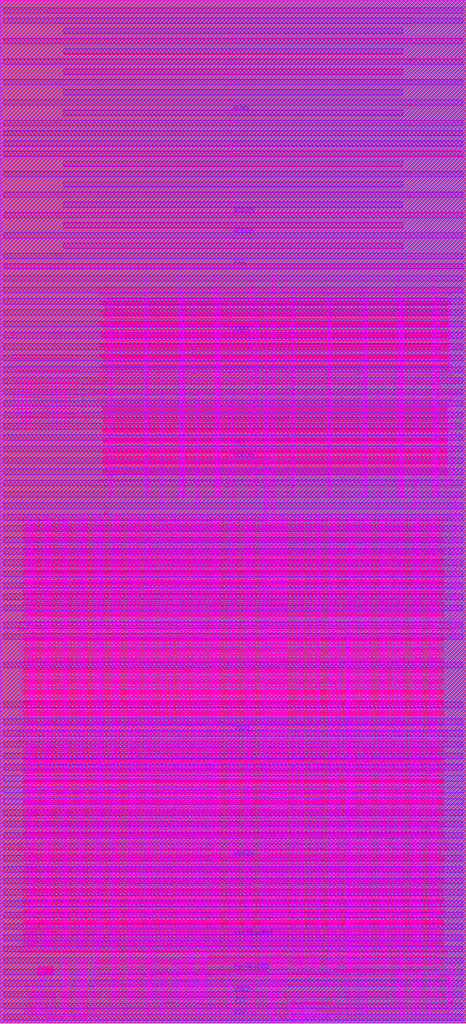
<source format=lef>
# LEF OUT API 
# Creation Date : Tue Apr 16 16:13:30 IST 2019
# 
VERSION 5.8 ;
BUSBITCHARS "[]" ;
DIVIDERCHAR "/" ;
MACRO dwc_ddrphy_vrefdacref
  CLASS BLOCK ;
  ORIGIN 0 0 ;
  FOREIGN dwc_ddrphy_vrefdacref 0 0 ;
  SYMMETRY X Y ;
  SIZE 41.04 BY 90 ;
  PIN VDD2H
    DIRECTION INPUT ;
    USE POWER ;
    PORT
      LAYER M6 ;
        RECT 0.3 70.875 40.74 71.325 ;
    END
    PORT
      LAYER M6 ;
        RECT 0.3 18.27 40.74 18.77 ;
        RECT 0.3 8.27 40.74 8.77 ;
        RECT 0.3 88.875 40.74 89.325 ;
        RECT 0.3 78.075 40.74 78.525 ;
        RECT 0.3 76.275 40.74 76.725 ;
        RECT 0.3 74.475 40.74 74.925 ;
        RECT 0.3 72.675 40.74 73.125 ;
        RECT 0.3 67.275 40.74 67.725 ;
        RECT 0.3 56.27 40.74 56.77 ;
        RECT 0.3 54.27 40.74 54.77 ;
        RECT 0.3 52.27 40.74 52.77 ;
        RECT 0.3 47.27 40.74 47.77 ;
        RECT 0.3 45.27 40.74 45.77 ;
        RECT 0.3 24.27 40.74 24.77 ;
        RECT 0.3 22.27 40.74 22.77 ;
        RECT 0.3 16.27 40.74 16.77 ;
        RECT 0.3 12.27 40.74 12.77 ;
        RECT 0.3 10.27 40.74 10.77 ;
        RECT 0.3 6.27 40.74 6.77 ;
        RECT 0.3 2.27 40.74 2.77 ;
    END
    PORT
      LAYER M6 ;
        RECT 0.3 69.075 40.74 69.525 ;
    END
    PORT
      LAYER M6 ;
        RECT 0.3 49.27 40.74 49.77 ;
    END
    PORT
      LAYER M6 ;
        RECT 0.3 14.27 40.74 14.77 ;
    END
  END VDD2H
  PIN VSS
    DIRECTION INPUT ;
    USE GROUND ;
    PORT
      LAYER M6 ;
        RECT 0.3 65.27 40.74 65.77 ;
        RECT 0.3 64.27 40.74 64.77 ;
        RECT 0.3 63.27 40.74 63.77 ;
        RECT 0.3 62.27 40.74 62.77 ;
        RECT 0.3 61.27 40.74 61.77 ;
        RECT 0.3 59.27 40.74 59.77 ;
        RECT 0.3 58.27 40.74 58.77 ;
        RECT 0.3 57.27 40.74 57.77 ;
        RECT 0.3 55.27 40.74 55.77 ;
        RECT 0.3 53.27 40.74 53.77 ;
        RECT 0.3 51.27 40.74 51.77 ;
        RECT 0.3 50.27 40.74 50.77 ;
    END
    PORT
      LAYER M6 ;
        RECT 0.3 87.975 40.74 88.425 ;
        RECT 0.3 86.175 40.74 86.625 ;
        RECT 0.3 84.375 40.74 84.825 ;
        RECT 0.3 82.575 40.74 83.025 ;
        RECT 0.3 80.775 40.74 81.225 ;
        RECT 0.3 78.975 40.74 79.425 ;
        RECT 0.3 77.175 40.74 77.625 ;
        RECT 0.3 66.375 40.74 66.825 ;
    END
    PORT
      LAYER M6 ;
        RECT 0.3 48.27 40.74 48.77 ;
        RECT 0.3 46.27 40.74 46.77 ;
        RECT 0.3 33.77 40.74 34.27 ;
        RECT 0.3 5.27 40.74 5.77 ;
        RECT 0.3 3.27 40.74 3.77 ;
        RECT 0.3 1.27 40.74 1.77 ;
    END
  END VSS
  PIN AOBS
    DIRECTION OUTPUT ;
    USE SIGNAL ;
    ANTENNAPARTIALMETALAREA 20.22 LAYER M6 ;
    ANTENNADIFFAREA 0 LAYER M6 ;
    ANTENNAMODEL OXIDE1 ;
      ANTENNAGATEAREA 0 LAYER M6 ;
      ANTENNAMAXAREACAR 11.0233 LAYER M6 ;
    PORT
      LAYER M6 ;
        RECT 5.601 79.875 35.439 80.325 ;
    END
    PORT
      LAYER M6 ;
        RECT 5.601 87.075 35.439 87.525 ;
        RECT 5.601 85.275 35.439 85.725 ;
        RECT 5.601 83.475 35.439 83.925 ;
        RECT 5.601 81.675 35.439 82.125 ;
        RECT 5.6 75.375 35.44 75.825 ;
        RECT 5.6 73.575 35.44 74.025 ;
        RECT 5.6 71.775 35.44 72.225 ;
        RECT 5.6 69.975 35.44 70.425 ;
        RECT 5.6 68.175 35.44 68.625 ;
        RECT 0.3 60.27 40.74 60.77 ;
    END
  END AOBS
  PIN AObsIn
    DIRECTION INPUT ;
    USE SIGNAL ;
    ANTENNAPARTIALMETALAREA 27.5343 LAYER M5 ;
    ANTENNADIFFAREA 77.4158 LAYER M5 ;
    ANTENNAMODEL OXIDE1 ;
      ANTENNAGATEAREA 0 LAYER M5 ;
      ANTENNAMAXAREACAR 0 LAYER M5 ;
    PORT
      LAYER M5 ;
        RECT 23.992 0 24.192 0.2 ;
    END
  END AObsIn
  PIN VrefDacRef
    DIRECTION OUTPUT ;
    USE SIGNAL ;
    ANTENNAPARTIALMETALAREA 121.32 LAYER M6 ;
    ANTENNADIFFAREA 109.533 LAYER M6 ;
    ANTENNAMODEL OXIDE1 ;
      ANTENNAGATEAREA 0 LAYER M6 ;
      ANTENNAMAXAREACAR 0 LAYER M6 ;
    PORT
      LAYER M6 ;
        RECT 0.3 17.27 40.74 17.77 ;
        RECT 0.3 43.27 40.74 43.77 ;
        RECT 0.3 41.27 40.74 41.77 ;
        RECT 0.3 39.27 40.74 39.77 ;
        RECT 0.3 37.27 40.74 37.77 ;
        RECT 0.3 31.27 40.74 31.77 ;
        RECT 0.3 26.27 40.74 26.77 ;
        RECT 0.3 23.27 40.74 23.77 ;
        RECT 0.3 15.27 40.74 15.77 ;
        RECT 0.3 13.27 40.74 13.77 ;
        RECT 0.3 11.27 40.74 11.77 ;
        RECT 0.3 9.27 40.74 9.77 ;
        RECT 0.3 7.27 40.74 7.77 ;
    END
  END VrefDacRef
  PIN VDD
    DIRECTION INPUT ;
    USE POWER ;
    PORT
      LAYER M6 ;
        RECT 0.3 0.27 40.74 0.77 ;
    END
  END VDD
  PIN InAObsEn
    DIRECTION INPUT ;
    USE SIGNAL ;
    ANTENNAPARTIALMETALAREA 0.150252 LAYER M5 ;
    ANTENNADIFFAREA 0 LAYER M5 ;
    ANTENNAMODEL OXIDE1 ;
      ANTENNAGATEAREA 0.0872 LAYER M5 ;
      ANTENNAMAXAREACAR 5.90346 LAYER M5 ;
    PORT
      LAYER M5 ;
        RECT 26.562 0 26.638 0.114 ;
    END
  END InAObsEn
  PIN PwrOkVDD2
    DIRECTION INPUT ;
    USE SIGNAL ;
    ANTENNAPARTIALMETALAREA 20.22 LAYER M6 ;
    ANTENNADIFFAREA 0.012032 LAYER M6 ;
    ANTENNAMODEL OXIDE1 ;
      ANTENNAGATEAREA 0.288128 LAYER M6 ;
      ANTENNAMAXAREACAR 89.8455 LAYER M6 ;
    PORT
      LAYER M6 ;
        RECT 0.3 4.27 40.74 4.77 ;
    END
  END PwrOkVDD2
  PIN PowerDown
    DIRECTION INPUT ;
    USE SIGNAL ;
    ANTENNAPARTIALMETALAREA 0.150252 LAYER M5 ;
    ANTENNADIFFAREA 0 LAYER M5 ;
    ANTENNAMODEL OXIDE1 ;
      ANTENNAGATEAREA 0.0872 LAYER M5 ;
      ANTENNAMAXAREACAR 4.01355 LAYER M5 ;
    PORT
      LAYER M5 ;
        RECT 25.726 0 25.802 0.114 ;
    END
  END PowerDown
  PIN VDDQ
    DIRECTION INPUT ;
    USE POWER ;
    PORT
      LAYER M6 ;
        RECT 0.3 44.27 40.74 44.77 ;
        RECT 0.3 42.27 40.74 42.77 ;
        RECT 0.3 40.27 40.74 40.77 ;
        RECT 0.3 38.27 40.74 38.77 ;
        RECT 0.3 36.27 40.74 36.77 ;
        RECT 0.3 34.77 40.74 35.27 ;
        RECT 0.3 27.77 40.74 28.27 ;
        RECT 0.3 25.27 40.74 25.77 ;
    END
  END VDDQ
  PIN DacRefModeCtl
    DIRECTION INPUT ;
    USE SIGNAL ;
    ANTENNAPARTIALMETALAREA 0.136002 LAYER M5 ;
    ANTENNADIFFAREA 0 LAYER M5 ;
    ANTENNAMODEL OXIDE1 ;
      ANTENNAGATEAREA 0.0872 LAYER M5 ;
      ANTENNAMAXAREACAR 3.58615 LAYER M5 ;
    PORT
      LAYER M5 ;
        RECT 4.142 0 4.218 0.114 ;
    END
  END DacRefModeCtl
  OBS
    LAYER M1 ;
      RECT MASK 1 0 0 41.04 90 ;
    LAYER M1 ;
      RECT MASK 2 0 0 41.04 90 ;
    LAYER M2 ;
      RECT MASK 1 0 0 41.04 90 ;
    LAYER M2 ;
      RECT MASK 2 0 0 41.04 90 ;
    LAYER M3 ;
      RECT MASK 1 0 0 41.04 90 ;
    LAYER M4 ;
      RECT 0 0 41.04 90 ;
    LAYER M3 ;
      RECT MASK 2 0 0 41.04 90 ;
    LAYER M4 ;
      RECT 14.4095 1.82 15.1555 1.9 ;
      RECT 25.477 1.82 26.026 1.9 ;
      RECT 26.485 1.82 29.094 1.9 ;
      RECT 39.4355 1.82 39.957 1.9 ;
      RECT 8.3815 3.43 39.5215 3.65 ;
      RECT 8.3815 3.85 39.5215 4.07 ;
      RECT 3.2985 4.1965 4.6555 4.2565 ;
      RECT 8.847 4.2935 20.0865 4.3735 ;
      RECT 20.8105 4.2935 29.1145 4.3735 ;
      RECT 3.2985 4.3165 4.6555 4.3765 ;
      RECT 3.2985 4.4365 4.6555 4.4965 ;
      RECT 13.276 4.4535 23.5225 4.5335 ;
      RECT 25.5655 4.4535 36.811 4.5335 ;
      RECT 17.502 4.6135 23.554 4.6935 ;
      RECT 29.5595 4.6135 38.376 4.6935 ;
      RECT 3.2985 4.6765 4.6555 4.7365 ;
      RECT 3.2985 4.7965 4.6555 4.8565 ;
      RECT 3.2985 4.9165 4.6555 4.9765 ;
      RECT 8.3815 4.94 39.0755 5.14 ;
      RECT 18.3585 5.698 27.425 5.778 ;
      RECT 18.3585 5.858 28.7215 5.938 ;
      RECT 29.576 5.858 38.399 5.938 ;
      RECT 1.63 6.24 39.421 6.36 ;
      RECT 2.011 6.9185 39.029 6.9785 ;
      RECT 2.011 7.1585 39.029 7.2185 ;
      RECT 2.011 7.8485 39.029 7.9085 ;
      RECT 2.011 8.0885 39.029 8.1485 ;
      RECT 2.011 8.7785 39.029 8.8385 ;
      RECT 2.011 9.0185 39.029 9.0785 ;
      RECT 2.011 9.7085 39.029 9.7685 ;
      RECT 2.011 9.9485 39.029 10.0085 ;
      RECT 2.011 10.6385 39.029 10.6985 ;
      RECT 2.011 10.8785 39.029 10.9385 ;
      RECT 2.011 11.5685 39.029 11.6285 ;
      RECT 2.011 11.8085 39.029 11.8685 ;
      RECT 2.011 12.4985 39.029 12.5585 ;
      RECT 2.011 12.7385 39.029 12.7985 ;
      RECT 2.011 13.4285 39.029 13.4885 ;
      RECT 2.011 13.6685 39.029 13.7285 ;
      RECT 2.011 14.3585 39.029 14.4185 ;
      RECT 2.011 14.5985 39.029 14.6585 ;
      RECT 1.63 15.24 39.421 15.36 ;
      RECT 1.63 15.87 39.3855 15.99 ;
      RECT 2.011 16.5485 39.029 16.6085 ;
      RECT 2.011 16.7885 39.029 16.8485 ;
      RECT 2.011 17.4785 39.029 17.5385 ;
      RECT 2.011 17.7185 39.029 17.7785 ;
      RECT 2.011 18.4085 39.029 18.4685 ;
      RECT 2.011 18.6485 39.029 18.7085 ;
      RECT 2.011 19.3385 39.029 19.3985 ;
      RECT 2.011 19.5785 39.029 19.6385 ;
      RECT 2.011 20.2685 39.029 20.3285 ;
      RECT 2.011 20.5085 39.029 20.5685 ;
      RECT 2.011 21.1985 39.029 21.2585 ;
      RECT 2.011 21.4385 39.029 21.4985 ;
      RECT 2.011 22.1285 39.029 22.1885 ;
      RECT 2.011 22.3685 39.029 22.4285 ;
      RECT 2.011 23.0585 39.029 23.1185 ;
      RECT 2.011 23.2985 39.029 23.3585 ;
      RECT 2.011 23.9885 39.029 24.0485 ;
      RECT 2.011 24.2285 39.029 24.2885 ;
      RECT 1.63 24.87 39.3855 24.99 ;
      RECT 24.7245 25.25 36.354 25.33 ;
      RECT 1.63 25.59 39.421 25.71 ;
      RECT 2.011 26.2685 39.029 26.3285 ;
      RECT 2.011 26.5085 39.029 26.5685 ;
      RECT 2.011 27.1985 39.029 27.2585 ;
      RECT 2.011 27.4385 39.029 27.4985 ;
      RECT 2.011 28.1285 39.029 28.1885 ;
      RECT 2.011 28.3685 39.029 28.4285 ;
      RECT 2.011 29.0585 39.029 29.1185 ;
      RECT 2.011 29.2985 39.029 29.3585 ;
      RECT 2.011 29.9885 39.029 30.0485 ;
      RECT 2.011 30.2285 39.029 30.2885 ;
      RECT 2.011 30.9185 39.029 30.9785 ;
      RECT 2.011 31.1585 39.029 31.2185 ;
      RECT 2.011 31.8485 39.029 31.9085 ;
      RECT 2.011 32.0885 39.029 32.1485 ;
      RECT 2.011 32.7785 39.029 32.8385 ;
      RECT 2.011 33.0185 39.029 33.0785 ;
      RECT 2.011 33.7085 39.029 33.7685 ;
      RECT 2.011 33.9485 39.029 34.0085 ;
      RECT 1.63 34.59 39.9665 34.71 ;
      RECT 1.63 35.22 39.3855 35.34 ;
      RECT 2.011 35.8985 39.029 35.9585 ;
      RECT 2.011 36.1385 39.029 36.1985 ;
      RECT 2.011 36.8285 39.029 36.8885 ;
      RECT 2.011 37.0685 39.029 37.1285 ;
      RECT 2.011 37.7585 39.029 37.8185 ;
      RECT 2.011 37.9985 39.029 38.0585 ;
      RECT 2.011 38.6885 39.029 38.7485 ;
      RECT 2.011 38.9285 39.029 38.9885 ;
      RECT 2.011 39.6185 39.029 39.6785 ;
      RECT 2.011 39.8585 39.029 39.9185 ;
      RECT 2.011 40.5485 39.029 40.6085 ;
      RECT 2.011 40.7885 39.029 40.8485 ;
      RECT 2.011 41.4785 39.029 41.5385 ;
      RECT 2.011 41.7185 39.029 41.7785 ;
      RECT 2.011 42.4085 39.029 42.4685 ;
      RECT 2.011 42.6485 39.029 42.7085 ;
      RECT 2.011 43.3385 39.029 43.3985 ;
      RECT 2.011 43.5785 39.029 43.6385 ;
      RECT 1.63 44.22 39.3855 44.34 ;
      RECT 9.213 44.756 9.489 44.836 ;
      RECT 9.213 44.916 9.489 44.996 ;
      RECT 8.0105 47.16 40.4615 47.28 ;
      RECT 8.6475 47.7 39.764 47.82 ;
      RECT 9.0295 48.3785 39.4075 48.4385 ;
      RECT 9.0295 48.6185 39.4075 48.6785 ;
      RECT 9.198 48.8905 39.3435 48.9705 ;
      RECT 9.0295 49.3085 39.4075 49.3685 ;
      RECT 9.0295 49.5485 39.4075 49.6085 ;
      RECT 9.198 49.8205 39.3435 49.9005 ;
      RECT 9.0295 50.2385 39.4075 50.2985 ;
      RECT 9.0295 50.4785 39.4075 50.5385 ;
      RECT 9.198 50.7505 39.3435 50.8305 ;
      RECT 9.0295 51.1685 39.4075 51.2285 ;
      RECT 9.0295 51.4085 39.4075 51.4685 ;
      RECT 9.198 51.6805 39.3435 51.7605 ;
      RECT 9.0295 52.0985 39.4075 52.1585 ;
      RECT 9.0295 52.3385 39.4075 52.3985 ;
      RECT 9.198 52.6105 39.3435 52.6905 ;
      RECT 9.0295 53.0285 39.4075 53.0885 ;
      RECT 9.0295 53.2685 39.4075 53.3285 ;
      RECT 9.198 53.5405 39.3435 53.6205 ;
      RECT 1.1965 53.638 6.7125 54.063 ;
      RECT 9.0295 53.9585 39.4075 54.0185 ;
      RECT 9.0295 54.1985 39.4075 54.2585 ;
      RECT 9.198 54.4705 39.3435 54.5505 ;
      RECT 8.6475 54.84 39.764 54.96 ;
      RECT 8.0105 55.38 40.4865 55.5 ;
      RECT 7.164 55.765 38.782 56.165 ;
      RECT 1.1965 55.978 6.7125 56.403 ;
      RECT 8.0105 56.43 40.4615 56.55 ;
      RECT 8.6475 56.97 39.764 57.09 ;
      RECT 8.695 57.6485 39.742 57.7085 ;
      RECT 8.695 57.8885 39.742 57.9485 ;
      RECT 9.268 58.1605 39.5035 58.2405 ;
      RECT 1.0465 58.439 6.8625 58.83 ;
      RECT 8.695 58.5785 39.742 58.6385 ;
      RECT 8.695 58.8185 39.742 58.8785 ;
      RECT 9.268 59.0905 39.5035 59.1705 ;
      RECT 8.695 59.5085 39.742 59.5685 ;
      RECT 8.695 59.7485 39.742 59.8085 ;
      RECT 9.268 60.0205 39.5035 60.1005 ;
      RECT 1.0465 60.268 6.8625 60.654 ;
      RECT 8.695 60.4385 39.742 60.4985 ;
      RECT 8.695 60.6785 39.742 60.7385 ;
      RECT 9.268 60.9505 39.5035 61.0305 ;
      RECT 8.695 61.3685 39.742 61.4285 ;
      RECT 8.695 61.6085 39.742 61.6685 ;
      RECT 9.268 61.8805 39.5035 61.9605 ;
      RECT 8.695 62.2985 39.742 62.3585 ;
      RECT 8.695 62.5385 39.742 62.5985 ;
      RECT 9.268 62.8105 39.5035 62.8905 ;
      RECT 8.695 63.2285 39.742 63.2885 ;
      RECT 8.695 63.4685 39.742 63.5285 ;
      RECT 9.268 63.7405 39.5035 63.8205 ;
      RECT 8.6475 64.1095 39.764 64.2295 ;
      RECT 8.0105 64.65 40.4865 64.77 ;
      RECT 0.3 66.43 40.74 66.79 ;
      RECT 5.6 68.15 35.44 68.65 ;
      RECT 0.3 69.05 40.74 69.55 ;
      RECT 5.6 69.95 35.44 70.45 ;
      RECT 0.3 70.85 40.74 71.35 ;
      RECT 5.6 71.75 35.44 72.25 ;
      RECT 0.3 72.65 40.74 73.15 ;
      RECT 5.6 73.55 35.44 74.05 ;
      RECT 0.3 74.45 40.74 74.95 ;
      RECT 5.6 75.35 35.44 75.85 ;
      RECT 0.3 76.25 40.74 76.75 ;
      RECT 0.3 77.21 40.74 77.57 ;
      RECT 0.3 78.13 40.74 78.49 ;
      RECT 0.3 78.95 40.74 79.45 ;
      RECT 5.601 79.85 35.439 80.35 ;
      RECT 0.3 80.75 40.74 81.25 ;
      RECT 5.601 81.65 35.439 82.15 ;
      RECT 0.3 82.55 40.74 83.05 ;
      RECT 5.601 83.45 35.439 83.95 ;
      RECT 0.3 84.35 40.74 84.85 ;
      RECT 5.601 85.25 35.439 85.75 ;
      RECT 0.3 86.15 40.74 86.65 ;
      RECT 5.601 87.05 35.439 87.55 ;
      RECT 4.141 88.91 36.899 89.27 ;
    LAYER M5 ;
      POLYGON 4.066 0 4.066 0.19 4.294 0.19 4.294 0 23.916 0 23.916 0.276 24.268 0.276 24.268 0 25.65 0 25.65 0.19 25.878 0.19 25.878 0 26.486 0 26.486 0.19 26.714 0.19 26.714 0 41.04 0 41.04 90 0 90 0 0 ;
    LAYER M4 ;
      RECT 2.141 0.8 39.5055 1 ;
      RECT 2.1405 1.16 39.504 1.36 ;
      RECT 3.8985 1.66 4.336 1.74 ;
      RECT 17.7715 1.66 39.2425 1.74 ;
      RECT 2.4135 2.13 4.89 2.31 ;
      RECT 5.2375 2.13 8.7305 2.31 ;
      RECT 9.4445 2.13 20.3295 2.31 ;
      RECT 20.7845 2.13 24.5055 2.31 ;
      RECT 25.0145 2.13 29.7645 2.31 ;
      RECT 30.3755 2.13 34.14 2.31 ;
      RECT 34.4375 2.13 39.125 2.31 ;
      RECT 2.414 2.49 4.89 2.67 ;
      RECT 5.2375 2.49 8.732 2.67 ;
      RECT 9.445 2.49 20.331 2.67 ;
      RECT 20.785 2.49 24.507 2.67 ;
      RECT 25.015 2.49 29.766 2.67 ;
      RECT 30.376 2.49 34.1415 2.67 ;
      RECT 34.4375 2.49 39.125 2.67 ;
      RECT 3.794 4.5565 4.6555 4.6165 ;
      RECT 8.3815 5.37 39.0755 5.55 ;
      RECT 2.011 6.7985 39.0985 6.8585 ;
      RECT 2.011 7.0385 39.0985 7.0985 ;
      RECT 2.1645 7.4305 38.8905 7.5105 ;
      RECT 2.011 7.7285 39.0985 7.7885 ;
      RECT 2.011 7.9685 39.0985 8.0285 ;
      RECT 2.1645 8.3605 38.8905 8.4405 ;
      RECT 2.011 8.6585 39.0985 8.7185 ;
      RECT 2.011 8.8985 39.0985 8.9585 ;
      RECT 2.1645 9.2905 38.8905 9.3705 ;
      RECT 2.011 9.5885 39.0985 9.6485 ;
      RECT 2.011 9.8285 39.0985 9.8885 ;
      RECT 2.1645 10.2205 38.8905 10.3005 ;
      RECT 2.011 10.5185 39.0985 10.5785 ;
      RECT 2.011 10.7585 39.0985 10.8185 ;
      RECT 2.1645 11.1505 38.8905 11.2305 ;
      RECT 2.011 11.4485 39.0985 11.5085 ;
      RECT 2.011 11.6885 39.0985 11.7485 ;
      RECT 2.1645 12.0805 38.8905 12.1605 ;
      RECT 2.011 12.3785 39.0985 12.4385 ;
      RECT 2.011 12.6185 39.0985 12.6785 ;
      RECT 2.1645 13.0105 38.8905 13.0905 ;
      RECT 2.011 13.3085 39.0985 13.3685 ;
      RECT 2.011 13.5485 39.0985 13.6085 ;
      RECT 2.1645 13.9405 38.8905 14.0205 ;
      RECT 2.011 14.2385 39.0985 14.2985 ;
      RECT 2.011 14.4785 39.0985 14.5385 ;
      RECT 2.1645 14.8705 38.8905 14.9505 ;
      RECT 2.011 16.4285 39.0985 16.4885 ;
      RECT 2.011 16.6685 39.0985 16.7285 ;
      RECT 2.1645 17.0605 38.8905 17.1405 ;
      RECT 2.011 17.3585 39.0985 17.4185 ;
      RECT 2.011 17.5985 39.0985 17.6585 ;
      RECT 2.1645 17.9905 38.8905 18.0705 ;
      RECT 2.011 18.2885 39.0985 18.3485 ;
      RECT 2.011 18.5285 39.0985 18.5885 ;
      RECT 2.1645 18.9205 38.8905 19.0005 ;
      RECT 2.011 19.2185 39.0985 19.2785 ;
      RECT 2.011 19.4585 39.0985 19.5185 ;
      RECT 2.1645 19.8505 38.8905 19.9305 ;
      RECT 2.011 20.1485 39.0985 20.2085 ;
      RECT 2.011 20.3885 39.0985 20.4485 ;
      RECT 2.1645 20.7805 38.8905 20.8605 ;
      RECT 2.011 21.0785 39.0985 21.1385 ;
      RECT 2.011 21.3185 39.0985 21.3785 ;
      RECT 2.1645 21.7105 38.8905 21.7905 ;
      RECT 2.011 22.0085 39.0985 22.0685 ;
      RECT 2.011 22.2485 39.0985 22.3085 ;
      RECT 2.1645 22.6405 38.8905 22.7205 ;
      RECT 2.011 22.9385 39.0985 22.9985 ;
      RECT 2.011 23.1785 39.0985 23.2385 ;
      RECT 2.1645 23.5705 38.8905 23.6505 ;
      RECT 2.011 23.8685 39.0985 23.9285 ;
      RECT 2.011 24.1085 39.0985 24.1685 ;
      RECT 2.1645 24.5005 38.8905 24.5805 ;
      RECT 2.011 26.1485 39.0985 26.2085 ;
      RECT 2.011 26.3885 39.0985 26.4485 ;
      RECT 2.1645 26.7805 38.8905 26.8605 ;
      RECT 2.011 27.0785 39.0985 27.1385 ;
      RECT 2.011 27.3185 39.0985 27.3785 ;
      RECT 2.1645 27.7105 38.8905 27.7905 ;
      RECT 2.011 28.0085 39.0985 28.0685 ;
      RECT 2.011 28.2485 39.0985 28.3085 ;
      RECT 2.1645 28.6405 38.8905 28.7205 ;
      RECT 2.011 28.9385 39.0985 28.9985 ;
      RECT 2.011 29.1785 39.0985 29.2385 ;
      RECT 2.1645 29.5705 38.8905 29.6505 ;
      RECT 2.011 29.8685 39.0985 29.9285 ;
      RECT 2.011 30.1085 39.0985 30.1685 ;
      RECT 2.1645 30.5005 38.8905 30.5805 ;
      RECT 2.011 30.7985 39.0985 30.8585 ;
      RECT 2.011 31.0385 39.0985 31.0985 ;
      RECT 2.1645 31.4305 38.8905 31.5105 ;
      RECT 2.011 31.7285 39.0985 31.7885 ;
      RECT 2.011 31.9685 39.0985 32.0285 ;
      RECT 2.1645 32.3605 38.8905 32.4405 ;
      RECT 2.011 32.6585 39.0985 32.7185 ;
      RECT 2.011 32.8985 39.0985 32.9585 ;
      RECT 2.1645 33.2905 38.8905 33.3705 ;
      RECT 2.011 33.5885 39.0985 33.6485 ;
      RECT 2.011 33.8285 39.0985 33.8885 ;
      RECT 2.1645 34.2205 38.8905 34.3005 ;
      RECT 2.5005 34.9065 38.1285 34.9865 ;
      RECT 2.011 35.7785 39.0985 35.8385 ;
      RECT 2.011 36.0185 39.0985 36.0785 ;
      RECT 2.1645 36.4105 38.8905 36.4905 ;
      RECT 2.011 36.7085 39.0985 36.7685 ;
      RECT 2.011 36.9485 39.0985 37.0085 ;
      RECT 2.1645 37.3405 38.8905 37.4205 ;
      RECT 2.011 37.6385 39.0985 37.6985 ;
      RECT 2.011 37.8785 39.0985 37.9385 ;
      RECT 2.1645 38.2705 38.8905 38.3505 ;
      RECT 2.011 38.5685 39.0985 38.6285 ;
      RECT 2.011 38.8085 39.0985 38.8685 ;
      RECT 2.1645 39.2005 38.8905 39.2805 ;
      RECT 2.011 39.4985 39.0985 39.5585 ;
      RECT 2.011 39.7385 39.0985 39.7985 ;
      RECT 2.1645 40.1305 38.8905 40.2105 ;
      RECT 2.011 40.4285 39.0985 40.4885 ;
      RECT 2.011 40.6685 39.0985 40.7285 ;
      RECT 2.1645 41.0605 38.8905 41.1405 ;
      RECT 2.011 41.3585 39.0985 41.4185 ;
      RECT 2.011 41.5985 39.0985 41.6585 ;
      RECT 2.1645 41.9905 38.8905 42.0705 ;
      RECT 2.011 42.2885 39.0985 42.3485 ;
      RECT 2.011 42.5285 39.0985 42.5885 ;
      RECT 2.1645 42.9205 38.8905 43.0005 ;
      RECT 2.011 43.2185 39.0985 43.2785 ;
      RECT 2.011 43.4585 39.0985 43.5185 ;
      RECT 2.1645 43.8505 38.8905 43.9305 ;
      RECT 9.0295 48.2585 39.4075 48.3185 ;
      RECT 9.0295 48.4985 39.4075 48.5585 ;
      RECT 9.0295 49.1885 39.4075 49.2485 ;
      RECT 9.0295 49.4285 39.4075 49.4885 ;
      RECT 9.0295 50.1185 39.4075 50.1785 ;
      RECT 9.0295 50.3585 39.4075 50.4185 ;
      RECT 9.0295 51.0485 39.4075 51.1085 ;
      RECT 9.0295 51.2885 39.4075 51.3485 ;
      RECT 9.0295 51.9785 39.4075 52.0385 ;
      RECT 9.0295 52.2185 39.4075 52.2785 ;
      RECT 9.0295 52.9085 39.4075 52.9685 ;
      RECT 1.9795 52.95 7.592 53.341 ;
      RECT 9.0295 53.1485 39.4075 53.2085 ;
      RECT 9.0295 53.8385 39.4075 53.8985 ;
      RECT 9.0295 54.0785 39.4075 54.1385 ;
      RECT 1.1965 55.077 6.7125 55.502 ;
      RECT 1.1965 57.417 6.7125 57.842 ;
      RECT 9.0295 57.5285 39.4075 57.5885 ;
      RECT 9.0295 57.7685 39.4075 57.8285 ;
      RECT 9.0295 58.4585 39.4075 58.5185 ;
      RECT 9.0295 58.6985 39.4075 58.7585 ;
      RECT 9.0295 59.3885 39.4075 59.4485 ;
      RECT 9.0295 59.6285 39.4075 59.6885 ;
      RECT 9.0295 60.3185 39.4075 60.3785 ;
      RECT 9.0295 60.5585 39.4075 60.6185 ;
      RECT 9.0295 61.2485 39.4075 61.3085 ;
      RECT 9.0295 61.4885 39.4075 61.5485 ;
      RECT 9.0295 62.1785 39.4075 62.2385 ;
      RECT 9.0295 62.4185 39.4075 62.4785 ;
      RECT 9.0295 63.1085 39.4075 63.1685 ;
      RECT 9.0295 63.3485 39.4075 63.4085 ;
      RECT 4.907 67.25 36.133 67.75 ;
      RECT 4.907 69.05 36.133 69.55 ;
      RECT 4.907 70.85 36.133 71.35 ;
      RECT 4.907 72.65 36.133 73.15 ;
      RECT 4.907 74.45 36.133 74.95 ;
      RECT 4.907 76.25 36.133 76.75 ;
      RECT 4.907 78.95 36.133 79.45 ;
      RECT 4.907 80.75 36.133 81.25 ;
      RECT 4.907 82.55 36.133 83.05 ;
      RECT 4.907 84.35 36.133 84.85 ;
      RECT 4.907 86.15 36.133 86.65 ;
      RECT 4.907 87.95 36.133 88.45 ;
    LAYER M5 ;
      RECT 19.2545 0 19.4545 5.77 ;
      RECT 4.142 0.19 4.218 1.7895 ;
      RECT 25.726 0.19 25.802 1.977 ;
      RECT 26.562 0.19 26.638 1.977 ;
      RECT 23.992 0.276 24.192 65.8355 ;
      RECT 2.542 0.283 2.742 2.7705 ;
      RECT 3.182 0.283 3.382 2.7705 ;
      RECT 3.822 0.283 4.022 2.7705 ;
      RECT 4.658 0.283 4.858 2.7705 ;
      RECT 25.0945 0.283 25.2945 2.7705 ;
      RECT 25.918 0.283 26.118 2.7705 ;
      RECT 26.766 0.283 26.966 2.7705 ;
      RECT 27.446 0.283 27.646 2.7705 ;
      RECT 28.126 0.283 28.326 2.7705 ;
      RECT 28.806 0.283 29.006 2.7705 ;
      RECT 29.486 0.283 29.686 2.7705 ;
      RECT 2.222 0.7215 2.422 3.7815 ;
      RECT 2.862 0.7215 3.062 3.7815 ;
      RECT 3.502 0.7215 3.702 5.0635 ;
      RECT 4.338 0.7215 4.538 5.0635 ;
      RECT 5.2545 0.7215 5.4545 5.775 ;
      RECT 5.6545 0.7215 5.8545 5.775 ;
      RECT 6.0545 0.7215 6.2545 5.775 ;
      RECT 6.4545 0.7215 6.6545 6.4405 ;
      RECT 6.8545 0.7215 7.0545 5.775 ;
      RECT 7.2545 0.7215 7.4545 5.775 ;
      RECT 7.6545 0.7215 7.8545 5.775 ;
      RECT 8.0545 0.7215 8.2545 5.775 ;
      RECT 20.0705 0.7215 20.2705 4.1815 ;
      RECT 22.0545 0.7215 22.2545 4.1005 ;
      RECT 22.4545 0.7215 22.6545 6.4405 ;
      RECT 23.5925 0.7215 23.7925 4.072 ;
      RECT 30.435 0.7215 30.675 4.187 ;
      RECT 31.235 0.7215 31.475 4.187 ;
      RECT 31.655 0.7215 31.855 5.784 ;
      RECT 10.8545 0.73 11.0545 4.1815 ;
      RECT 12.8545 0.73 13.0545 6.4405 ;
      RECT 14.0545 0.73 14.2545 4.1815 ;
      RECT 25.41 0.73 25.61 1.8115 ;
      RECT 26.237 0.73 26.437 1.8115 ;
      RECT 27.106 0.73 27.306 1.8115 ;
      RECT 27.786 0.73 27.986 1.8115 ;
      RECT 28.466 0.73 28.666 1.8115 ;
      RECT 29.146 0.73 29.346 1.8115 ;
      RECT 29.826 0.73 30.026 1.8115 ;
      RECT 35.2545 0.73 35.4545 6.4405 ;
      RECT 36.503 0.73 36.703 4.047 ;
      RECT 37.6625 0.73 37.8625 4.187 ;
      RECT 39.254 0.73 39.454 4.187 ;
      RECT 17.2545 0.7395 17.4545 4.1815 ;
      RECT 18.4545 0.74 18.6545 4.187 ;
      RECT 9.6545 0.7605 9.8545 6.4405 ;
      RECT 16.0545 0.7605 16.2545 6.4405 ;
      RECT 32.0395 0.8035 32.2695 4.187 ;
      RECT 14.463 1.7145 14.703 5.2345 ;
      RECT 39.618 1.7145 39.858 5.2345 ;
      RECT 10.0545 1.899 10.2545 25.0125 ;
      RECT 10.4815 1.899 10.6815 25.0125 ;
      RECT 11.277 1.899 11.477 25.0125 ;
      RECT 11.6545 1.899 11.8545 25.0125 ;
      RECT 12.032 1.899 12.232 5.582 ;
      RECT 12.4095 1.899 12.6095 5.582 ;
      RECT 13.2545 1.899 13.3745 25.0125 ;
      RECT 13.4945 1.899 13.6145 6.769 ;
      RECT 13.7345 1.899 13.8545 25.0125 ;
      RECT 14.913 1.899 15.113 5.595 ;
      RECT 15.29 1.899 15.49 5.595 ;
      RECT 15.6675 1.899 15.8675 5.595 ;
      RECT 17.6345 1.899 17.7545 25.0125 ;
      RECT 17.8745 1.899 17.9945 7.2055 ;
      RECT 18.1145 1.899 18.2345 25.0125 ;
      RECT 19.6545 1.899 19.8545 25.0125 ;
      RECT 21.2545 1.899 21.4545 25.0125 ;
      RECT 22.8545 1.899 23.0545 25.0125 ;
      RECT 24.312 1.899 24.432 25.0125 ;
      RECT 24.552 1.899 24.672 25.0125 ;
      RECT 34.4545 1.899 34.6545 5.7375 ;
      RECT 34.8545 1.899 35.0545 5.7375 ;
      RECT 35.6545 1.899 35.8545 25.0125 ;
      RECT 36.8545 1.899 37.0545 25.0125 ;
      RECT 37.2545 1.899 37.4545 25.0125 ;
      RECT 38.4515 1.899 38.6515 6.757 ;
      RECT 38.8545 1.899 39.0545 25.0125 ;
      RECT 16.4545 1.9025 16.5745 25.0125 ;
      RECT 16.6945 1.9025 16.8145 7.2055 ;
      RECT 16.9345 1.9025 17.0545 25.0125 ;
      RECT 24.835 3.262 25.075 5.7615 ;
      RECT 25.235 3.262 25.475 5.7615 ;
      RECT 26.835 3.262 27.075 5.784 ;
      RECT 28.035 3.262 28.275 5.784 ;
      RECT 28.44 3.262 28.67 5.784 ;
      RECT 28.8345 3.262 29.0745 6.454 ;
      RECT 30.055 3.262 30.255 5.784 ;
      RECT 3.822 3.7325 4.022 4.7875 ;
      RECT 20.8385 4.253 21.0385 25.0125 ;
      RECT 21.7945 4.253 21.8745 25.0125 ;
      RECT 25.7945 4.395 25.8745 25.3665 ;
      RECT 36.1945 4.395 36.2745 25.3665 ;
      RECT 23.3945 4.4 23.4745 63.8555 ;
      RECT 29.6345 4.4645 29.7145 35.023 ;
      RECT 30.4345 4.4645 30.5145 35.023 ;
      RECT 23.2345 4.5745 23.3145 54.711 ;
      RECT 8.4545 4.789 8.6545 25.0125 ;
      RECT 26.0545 4.789 26.1745 25.0125 ;
      RECT 26.3145 4.789 26.4345 25.0195 ;
      RECT 26.5545 4.789 26.6745 25.0195 ;
      RECT 27.252 4.789 27.372 25.0125 ;
      RECT 27.4945 4.789 27.6145 6.769 ;
      RECT 27.7345 4.789 27.8545 25.0125 ;
      RECT 29.2545 4.789 29.4545 25.0125 ;
      RECT 29.8445 4.789 29.9245 25.0125 ;
      RECT 30.6445 4.789 30.7245 25.0125 ;
      RECT 30.8545 4.789 31.0545 25.0125 ;
      RECT 31.1945 4.789 31.2745 6.768 ;
      RECT 31.4145 4.789 31.5345 15.999 ;
      RECT 32.0575 4.789 32.2575 25.0125 ;
      RECT 32.4545 4.789 32.6545 25.0125 ;
      RECT 32.8875 4.789 33.0875 25.0125 ;
      RECT 33.671 4.789 33.871 25.0125 ;
      RECT 34.0545 4.789 34.2545 25.0125 ;
      RECT 36.0345 4.789 36.1145 25.0125 ;
      RECT 37.8445 4.9025 37.9245 15.999 ;
      RECT 1.6945 5.2605 1.8945 15.4775 ;
      RECT 39.2145 5.2605 39.4145 6.077 ;
      RECT 3.2545 5.271 3.4545 6.4405 ;
      RECT 18.3945 5.637 18.4745 14.961 ;
      RECT 20.0705 5.79 20.2705 25.0125 ;
      RECT 18.5945 5.828 18.6745 25.0125 ;
      RECT 2.6445 6.27 2.7245 15.999 ;
      RECT 5.8445 6.27 5.9245 15.999 ;
      RECT 9.0445 6.27 9.1245 15.999 ;
      RECT 12.2445 6.27 12.3245 15.999 ;
      RECT 15.4445 6.27 15.5245 15.999 ;
      RECT 19.2545 6.27 19.4545 25.0125 ;
      RECT 28.2445 6.27 28.3245 15.999 ;
      RECT 34.6445 6.27 34.7245 15.999 ;
      RECT 2.0545 6.271 2.2545 25.0125 ;
      RECT 3.6545 6.271 3.8545 25.0125 ;
      RECT 4.0725 6.271 4.2725 25.0125 ;
      RECT 4.8575 6.271 5.0575 25.0125 ;
      RECT 5.2545 6.271 5.4545 25.0125 ;
      RECT 6.8545 6.271 7.0545 25.0125 ;
      RECT 7.2555 6.271 7.4555 25.0125 ;
      RECT 8.051 6.271 8.251 25.0125 ;
      RECT 14.4545 6.271 14.5745 25.0125 ;
      RECT 14.6945 6.271 14.8145 6.769 ;
      RECT 14.9345 6.271 15.0545 25.0125 ;
      RECT 25.6345 6.271 25.7145 25.0125 ;
      RECT 24.9945 6.283 25.1145 14.7945 ;
      RECT 2.8545 6.6715 3.0545 25.0125 ;
      RECT 4.4545 6.6715 4.6545 25.0125 ;
      RECT 5.5945 6.6715 5.6745 14.961 ;
      RECT 6.0545 6.6715 6.2545 25.0125 ;
      RECT 7.6545 6.6715 7.8545 25.0125 ;
      RECT 8.7945 6.6715 8.8745 14.961 ;
      RECT 9.2545 6.6715 9.4545 25.0125 ;
      RECT 10.8545 6.6715 11.0545 25.0125 ;
      RECT 11.9945 6.6715 12.0745 14.961 ;
      RECT 12.4545 6.6715 12.6545 25.0125 ;
      RECT 14.0545 6.6715 14.2545 25.0125 ;
      RECT 15.203 6.6715 15.283 14.961 ;
      RECT 15.6545 6.6715 15.8545 25.0125 ;
      RECT 17.2545 6.6715 17.4545 25.0125 ;
      RECT 18.8545 6.6715 19.0545 25.0125 ;
      RECT 20.4545 6.6715 20.6545 25.0125 ;
      RECT 21.5945 6.6715 21.6745 14.961 ;
      RECT 22.0545 6.6715 22.2545 25.0125 ;
      RECT 23.6545 6.6715 23.8545 25.0125 ;
      RECT 24.7945 6.6715 24.8745 14.961 ;
      RECT 25.2545 6.6715 25.4545 25.0125 ;
      RECT 26.8545 6.6715 27.0545 25.0125 ;
      RECT 27.9945 6.6715 28.0745 14.961 ;
      RECT 28.4545 6.6715 28.6545 25.0125 ;
      RECT 30.0545 6.6715 30.2545 25.0125 ;
      RECT 31.6545 6.6715 31.8545 25.0125 ;
      RECT 33.2545 6.6715 33.4545 25.0125 ;
      RECT 34.3945 6.6715 34.4745 14.961 ;
      RECT 34.8545 6.6715 35.0545 25.0125 ;
      RECT 36.4545 6.6715 36.6545 25.0125 ;
      RECT 38.0545 6.6715 38.2545 25.0125 ;
      RECT 22.4575 6.687 22.6575 25.0125 ;
      RECT 28.8575 6.687 29.0575 25.0125 ;
      RECT 35.2575 6.687 35.4575 25.0125 ;
      RECT 3.2575 6.752 3.4575 25.0125 ;
      RECT 6.4575 6.752 6.6575 25.0125 ;
      RECT 9.6575 6.752 9.8575 25.0125 ;
      RECT 12.8575 6.752 13.0575 25.0125 ;
      RECT 16.0575 6.7595 16.2575 25.0125 ;
      RECT 31.1945 6.997 31.2745 14.961 ;
      RECT 38.4575 7.6895 38.6575 25.0125 ;
      RECT 13.4945 8.271 13.6145 8.769 ;
      RECT 14.6945 8.271 14.8145 8.769 ;
      RECT 16.6945 8.271 16.8145 8.769 ;
      RECT 17.8745 8.271 17.9945 8.769 ;
      RECT 27.4945 8.271 27.6145 8.769 ;
      RECT 13.4945 10.271 13.6145 10.769 ;
      RECT 14.6945 10.271 14.8145 10.769 ;
      RECT 16.6945 10.271 16.8145 10.769 ;
      RECT 17.8745 10.271 17.9945 10.769 ;
      RECT 27.4945 10.271 27.6145 10.769 ;
      RECT 13.4945 12.271 13.6145 12.769 ;
      RECT 14.6945 12.271 14.8145 12.769 ;
      RECT 16.6945 12.271 16.8145 12.769 ;
      RECT 17.8745 12.271 17.9945 12.769 ;
      RECT 27.4945 12.271 27.6145 12.769 ;
      RECT 13.4945 14.271 13.6145 14.769 ;
      RECT 14.6945 14.271 14.8145 14.769 ;
      RECT 16.6945 14.271 16.8145 14.769 ;
      RECT 17.8745 14.271 17.9945 14.769 ;
      RECT 27.4945 14.271 27.6145 14.769 ;
      RECT 2.3845 15.288 2.4645 25.0125 ;
      RECT 5.5845 15.288 5.6645 25.0125 ;
      RECT 8.7845 15.288 8.8645 25.0125 ;
      RECT 11.9845 15.288 12.0645 25.0125 ;
      RECT 15.203 15.288 15.323 25.0125 ;
      RECT 18.3545 15.288 18.4745 25.0125 ;
      RECT 21.5845 15.288 21.6645 25.0125 ;
      RECT 27.9745 15.288 28.0945 25.0125 ;
      RECT 31.1845 15.288 31.2645 25.0125 ;
      RECT 34.3845 15.288 34.4645 25.0125 ;
      RECT 37.5845 15.288 37.6645 25.0125 ;
      RECT 24.792 15.797 24.912 25.0125 ;
      RECT 13.4945 16.271 13.6145 16.769 ;
      RECT 14.6945 16.271 14.8145 16.769 ;
      RECT 16.6945 16.271 16.8145 16.769 ;
      RECT 17.8745 16.271 17.9945 16.769 ;
      RECT 27.4945 16.271 27.6145 16.769 ;
      RECT 2.5945 16.3015 2.6745 25.0125 ;
      RECT 5.7945 16.3015 5.8745 25.0125 ;
      RECT 8.9945 16.3015 9.0745 25.0125 ;
      RECT 12.1945 16.3015 12.2745 25.0125 ;
      RECT 15.443 16.3015 15.523 25.0125 ;
      RECT 25.032 16.3015 25.112 25.0125 ;
      RECT 28.2445 16.3015 28.3245 25.0125 ;
      RECT 31.3945 16.3015 31.4745 25.0125 ;
      RECT 34.5945 16.3015 34.6745 25.0125 ;
      RECT 37.7945 16.3015 37.8745 25.0125 ;
      RECT 13.4945 18.271 13.6145 18.769 ;
      RECT 14.6945 18.271 14.8145 18.769 ;
      RECT 16.6945 18.271 16.8145 18.769 ;
      RECT 17.8745 18.271 17.9945 18.769 ;
      RECT 27.4945 18.271 27.6145 18.769 ;
      RECT 13.4945 19.271 13.6145 19.769 ;
      RECT 14.6945 19.271 14.8145 19.769 ;
      RECT 16.6945 19.271 16.8145 19.769 ;
      RECT 17.8745 19.271 17.9945 19.769 ;
      RECT 27.4945 19.271 27.6145 19.769 ;
      RECT 13.4945 20.271 13.6145 20.769 ;
      RECT 14.6945 20.271 14.8145 20.769 ;
      RECT 16.6945 20.271 16.8145 20.769 ;
      RECT 17.8745 20.271 17.9945 20.769 ;
      RECT 27.4945 20.271 27.6145 20.769 ;
      RECT 13.4945 21.271 13.6145 21.769 ;
      RECT 14.6945 21.271 14.8145 21.769 ;
      RECT 16.6945 21.271 16.8145 21.769 ;
      RECT 17.8745 21.271 17.9945 21.769 ;
      RECT 27.4945 21.271 27.6145 21.769 ;
      RECT 13.4945 22.271 13.6145 22.769 ;
      RECT 14.6945 22.271 14.8145 22.769 ;
      RECT 16.6945 22.271 16.8145 22.769 ;
      RECT 17.8745 22.271 17.9945 22.769 ;
      RECT 27.4945 22.271 27.6145 22.769 ;
      RECT 13.4945 24.271 13.6145 24.769 ;
      RECT 14.6945 24.271 14.8145 24.769 ;
      RECT 16.6945 24.271 16.8145 24.769 ;
      RECT 17.8745 24.271 17.9945 24.769 ;
      RECT 27.4945 24.271 27.6145 24.769 ;
      RECT 24.7945 25.213 24.8745 34.3185 ;
      RECT 27.9945 25.213 28.0745 34.3185 ;
      RECT 31.1945 25.213 31.2745 34.3185 ;
      RECT 34.3945 25.213 34.4745 34.311 ;
      RECT 31.4425 25.236 31.5225 34.311 ;
      RECT 13.2545 25.2465 13.3745 44.769 ;
      RECT 13.4945 25.2465 13.6145 26.511 ;
      RECT 13.7345 25.2465 13.8545 44.769 ;
      RECT 14.4545 25.2465 14.5745 44.769 ;
      RECT 14.9345 25.2465 15.0545 44.769 ;
      RECT 16.4545 25.2465 16.5745 44.769 ;
      RECT 16.9345 25.2465 17.0545 44.769 ;
      RECT 17.6345 25.2465 17.7545 44.769 ;
      RECT 18.1145 25.2465 18.2345 44.769 ;
      RECT 34.6425 25.249 34.7225 34.311 ;
      RECT 37.8425 25.249 37.9225 34.311 ;
      RECT 26.0145 25.2535 26.2145 44.7775 ;
      RECT 2.5945 25.266 2.6745 34.3185 ;
      RECT 5.5945 25.266 5.6745 34.3185 ;
      RECT 5.7945 25.266 5.8745 34.3185 ;
      RECT 8.7945 25.266 8.8745 34.3185 ;
      RECT 8.9945 25.266 9.0745 34.3185 ;
      RECT 11.9945 25.266 12.0745 34.3185 ;
      RECT 12.1945 25.266 12.2745 34.3185 ;
      RECT 15.203 25.266 15.283 34.3185 ;
      RECT 18.3945 25.266 18.4745 34.3185 ;
      RECT 18.5945 25.266 18.6745 34.3185 ;
      RECT 21.5945 25.266 21.6745 34.3185 ;
      RECT 21.7945 25.266 21.8745 34.3185 ;
      RECT 29.8445 25.266 29.9245 34.311 ;
      RECT 30.6445 25.266 30.7245 34.311 ;
      RECT 1.6945 25.271 1.8945 34.8275 ;
      RECT 2.0545 25.271 2.2545 44.769 ;
      RECT 2.8545 25.271 3.0545 44.3625 ;
      RECT 3.2545 25.271 3.4545 33.9275 ;
      RECT 3.6545 25.271 3.8545 44.769 ;
      RECT 4.0835 25.271 4.2835 44.769 ;
      RECT 4.4545 25.271 4.6545 44.3625 ;
      RECT 4.8495 25.271 5.0495 44.769 ;
      RECT 5.2545 25.271 5.4545 44.769 ;
      RECT 6.0545 25.271 6.2545 44.3625 ;
      RECT 6.4545 25.271 6.6545 33.9275 ;
      RECT 6.8545 25.271 7.0545 44.769 ;
      RECT 7.2545 25.271 7.4545 44.769 ;
      RECT 7.6545 25.271 7.8545 44.363 ;
      RECT 8.0545 25.271 8.2545 44.769 ;
      RECT 8.4545 25.271 8.6545 44.769 ;
      RECT 9.2545 25.271 9.4545 44.363 ;
      RECT 9.6545 25.271 9.8545 33.9275 ;
      RECT 10.0545 25.271 10.2545 44.769 ;
      RECT 10.4385 25.271 10.6385 44.769 ;
      RECT 10.8545 25.271 11.0545 44.363 ;
      RECT 11.259 25.271 11.459 44.769 ;
      RECT 11.6545 25.271 11.8545 44.769 ;
      RECT 12.4545 25.271 12.6545 44.363 ;
      RECT 12.8545 25.271 13.0545 44.769 ;
      RECT 14.0545 25.271 14.2545 44.363 ;
      RECT 15.6545 25.271 15.8545 44.363 ;
      RECT 16.0345 25.271 16.2745 44.769 ;
      RECT 17.2545 25.271 17.4545 44.363 ;
      RECT 18.8545 25.271 19.0545 44.363 ;
      RECT 19.2545 25.271 19.4545 44.769 ;
      RECT 19.6545 25.271 19.8545 44.769 ;
      RECT 20.0545 25.271 20.2545 44.769 ;
      RECT 20.4545 25.271 20.6545 44.363 ;
      RECT 20.8545 25.271 21.0545 44.769 ;
      RECT 21.2545 25.271 21.4545 44.769 ;
      RECT 22.0545 25.271 22.2545 44.363 ;
      RECT 22.4545 25.271 22.6545 44.769 ;
      RECT 22.8545 25.271 23.0545 44.769 ;
      RECT 23.6545 25.271 23.8545 44.363 ;
      RECT 24.312 25.271 24.432 44.769 ;
      RECT 24.552 25.271 24.672 44.769 ;
      RECT 25.0145 25.271 25.1345 34.3005 ;
      RECT 25.2545 25.271 25.4545 44.363 ;
      POLYGON 26.6745 25.271 26.6745 44.3625 26.6545 44.3625 26.6545 44.769 26.4545 44.769 26.4545 44.3625 26.4345 44.3625 26.4345 25.271 ;
      RECT 26.8545 25.271 27.0545 44.3625 ;
      RECT 27.2545 25.271 27.3745 44.769 ;
      RECT 27.7345 25.271 27.8545 44.769 ;
      RECT 28.4545 25.271 28.6545 44.3625 ;
      RECT 28.8545 25.271 29.0545 44.769 ;
      RECT 29.2545 25.271 29.4545 44.769 ;
      RECT 30.0545 25.271 30.2545 44.3625 ;
      RECT 30.8545 25.271 31.0545 44.769 ;
      RECT 31.6545 25.271 31.8545 44.3625 ;
      RECT 32.0545 25.271 32.2545 33.9275 ;
      RECT 32.4545 25.271 32.6545 44.769 ;
      RECT 32.8545 25.271 33.0545 44.769 ;
      RECT 33.2545 25.271 33.4545 44.3625 ;
      RECT 33.6545 25.271 33.8545 44.769 ;
      RECT 34.0545 25.271 34.2545 44.769 ;
      RECT 34.8545 25.271 35.0545 44.3625 ;
      RECT 35.2545 25.271 35.4545 33.9275 ;
      RECT 35.6545 25.271 35.8545 44.769 ;
      RECT 36.4545 25.271 36.6545 44.3625 ;
      RECT 36.8545 25.271 37.0545 44.769 ;
      RECT 37.2545 25.271 37.4545 44.769 ;
      RECT 38.0545 25.271 38.2545 44.3625 ;
      RECT 38.4545 25.271 38.6545 33.945 ;
      RECT 38.8545 25.271 39.0545 44.769 ;
      RECT 25.6545 26.0215 25.8545 44.769 ;
      RECT 36.0545 26.0215 36.2545 44.769 ;
      RECT 13.4945 27.771 13.6145 28.269 ;
      RECT 39.5745 33.7605 39.7745 46.7705 ;
      RECT 39.9745 33.7605 40.1745 46.7705 ;
      RECT 32.0545 34.7555 32.2545 44.769 ;
      RECT 35.2545 34.7575 35.4545 44.769 ;
      RECT 6.4545 34.7635 6.6545 44.769 ;
      RECT 18.3945 34.7665 18.4745 44.77 ;
      RECT 27.9945 34.7665 28.0745 44.77 ;
      RECT 8.7945 34.7675 8.8745 44.77 ;
      RECT 5.5945 34.7695 5.6745 44.77 ;
      RECT 11.9945 34.7695 12.0745 44.77 ;
      RECT 34.3945 34.7695 34.4745 44.77 ;
      RECT 2.3945 34.77 2.4745 44.77 ;
      RECT 37.5945 34.77 37.6745 44.77 ;
      RECT 3.2545 34.771 3.4545 44.769 ;
      RECT 9.6545 34.771 9.8545 44.769 ;
      RECT 13.4945 34.771 13.6145 35.269 ;
      RECT 15.1745 34.771 15.2945 44.769 ;
      RECT 38.4545 34.771 38.6545 44.769 ;
      RECT 24.792 34.783 24.912 44.757 ;
      RECT 2.5945 34.8695 2.6745 44.363 ;
      RECT 5.7945 34.8695 5.8745 44.363 ;
      RECT 8.9945 34.8695 9.0745 44.363 ;
      RECT 12.1945 34.8695 12.2745 44.363 ;
      RECT 15.443 34.8695 15.523 44.363 ;
      RECT 18.5945 34.8695 18.6745 44.363 ;
      RECT 21.7945 34.8695 21.8745 44.363 ;
      RECT 25.032 34.8695 25.112 44.363 ;
      RECT 28.2445 34.8695 28.3245 44.363 ;
      RECT 31.3945 34.8695 31.4745 44.363 ;
      RECT 34.5945 34.8695 34.6745 44.363 ;
      RECT 37.7945 34.8695 37.8745 44.363 ;
      RECT 21.5945 35.1935 21.6745 44.77 ;
      RECT 31.1945 35.1935 31.2745 44.77 ;
      RECT 29.6545 35.6155 29.8545 44.769 ;
      RECT 30.4545 35.6155 30.6545 44.769 ;
      RECT 13.4945 36.271 13.6145 36.769 ;
      RECT 13.4945 38.271 13.6145 38.769 ;
      RECT 13.4945 40.271 13.6145 40.769 ;
      RECT 13.4945 42.271 13.6145 42.769 ;
      RECT 13.4945 44.271 13.6145 44.769 ;
      RECT 9.2545 44.719 9.4545 64.866 ;
      RECT 10.8545 45.27 11.0545 55.5655 ;
      RECT 14.0545 45.27 14.2545 55.5655 ;
      RECT 17.2545 45.27 17.4545 55.5655 ;
      RECT 20.4545 45.27 20.6545 55.5655 ;
      RECT 23.6545 45.27 23.8545 55.5655 ;
      RECT 26.8545 45.27 27.0545 55.5655 ;
      RECT 30.0545 45.27 30.2545 55.5655 ;
      RECT 33.2545 45.27 33.4545 55.5655 ;
      RECT 36.4545 45.27 36.6545 55.5655 ;
      RECT 12.4545 46.27 12.6545 64.866 ;
      RECT 15.6545 46.27 15.8545 64.866 ;
      RECT 18.8545 46.27 19.0545 64.866 ;
      RECT 22.0545 46.27 22.2545 64.866 ;
      RECT 25.2545 46.27 25.4545 64.866 ;
      RECT 28.4545 46.27 28.6545 64.866 ;
      RECT 31.6545 46.27 31.8545 64.866 ;
      RECT 34.8545 46.27 35.0545 64.866 ;
      RECT 38.0545 46.27 38.2545 64.866 ;
      RECT 9.6345 46.2915 9.7145 64.2505 ;
      RECT 9.7945 46.2915 9.8745 63.855 ;
      RECT 12.8345 46.2915 12.9145 64.2505 ;
      RECT 12.9945 46.2915 13.0745 63.855 ;
      RECT 16.0345 46.2915 16.1145 64.2505 ;
      RECT 16.1945 46.2915 16.2745 63.855 ;
      RECT 19.2345 46.2915 19.3145 64.2505 ;
      RECT 19.3945 46.2915 19.4745 63.855 ;
      RECT 22.4345 46.2915 22.5145 64.2505 ;
      RECT 22.5945 46.2915 22.6745 63.855 ;
      RECT 25.6345 46.2915 25.7145 64.2505 ;
      RECT 25.7945 46.2915 25.8745 63.855 ;
      RECT 28.8345 46.2915 28.9145 64.2505 ;
      RECT 28.9945 46.2915 29.0745 63.855 ;
      RECT 32.0345 46.2915 32.1145 64.2505 ;
      RECT 32.1945 46.2915 32.2745 63.855 ;
      RECT 35.2345 46.2915 35.3145 64.2505 ;
      RECT 35.3945 46.2915 35.4745 63.855 ;
      RECT 38.4345 46.2915 38.5145 64.2505 ;
      RECT 38.5945 46.2915 38.6745 63.855 ;
      RECT 20.0345 46.9555 20.1145 54.606 ;
      RECT 39.2345 46.9555 39.3145 54.606 ;
      RECT 39.6545 47.127 39.8545 55.592 ;
      RECT 1.1965 52.2245 1.5965 56.86 ;
      RECT 1.9425 52.2245 2.3425 56.86 ;
      RECT 2.6885 52.2245 3.0885 56.86 ;
      RECT 3.4345 52.2245 3.8345 56.86 ;
      RECT 4.1805 52.2245 4.5805 56.86 ;
      RECT 4.9265 52.2245 5.3265 56.86 ;
      RECT 5.6725 52.2245 6.0725 56.86 ;
      RECT 6.4185 52.2245 6.8185 56.86 ;
      RECT 7.164 52.95 7.364 56.165 ;
      RECT 10.8545 56.271 11.0545 56.769 ;
      RECT 14.0545 56.271 14.2545 56.769 ;
      RECT 17.2545 56.271 17.4545 56.769 ;
      RECT 20.4545 56.271 20.6545 56.769 ;
      RECT 23.6545 56.271 23.8545 56.769 ;
      RECT 26.8545 56.271 27.0545 56.769 ;
      RECT 30.0545 56.271 30.2545 56.769 ;
      RECT 33.2545 56.271 33.4545 56.769 ;
      RECT 36.4545 56.271 36.6545 56.769 ;
      RECT 39.6545 56.271 39.8545 56.769 ;
      RECT 39.3945 57.165 39.4745 63.9145 ;
      RECT 10.5945 57.185 10.6745 63.8555 ;
      RECT 13.7945 57.185 13.8745 63.8555 ;
      RECT 16.9945 57.185 17.0745 63.8555 ;
      RECT 20.1945 57.185 20.2745 63.8555 ;
      RECT 4.8325 59.391 5.2325 61.244 ;
      RECT 9.2545 65.271 9.4545 65.769 ;
      RECT 12.4545 65.271 12.6545 65.769 ;
      RECT 15.6545 65.271 15.8545 65.769 ;
      RECT 18.8545 65.271 19.0545 65.769 ;
      RECT 22.0545 65.271 22.2545 65.769 ;
      RECT 25.2545 65.271 25.4545 65.769 ;
      RECT 28.4545 65.271 28.6545 65.769 ;
      RECT 31.6545 65.271 31.8545 65.769 ;
      RECT 34.8545 65.271 35.0545 65.769 ;
      RECT 38.0545 65.271 38.2545 65.769 ;
      RECT 0.3 66.375 20.28 66.825 ;
      RECT 20.76 66.375 40.74 66.825 ;
      RECT 5.6 68.175 20.28 68.625 ;
      RECT 20.76 68.175 35.44 68.625 ;
      RECT 0.3 69.075 20.28 69.525 ;
      RECT 20.76 69.075 40.74 69.525 ;
      RECT 5.6 69.975 20.28 70.425 ;
      RECT 20.76 69.975 35.44 70.425 ;
      RECT 0.3 70.875 20.28 71.325 ;
      RECT 20.76 70.875 40.74 71.325 ;
      RECT 5.6 71.775 20.28 72.225 ;
      RECT 20.76 71.775 35.44 72.225 ;
      RECT 0.3 72.675 20.28 73.125 ;
      RECT 20.76 72.675 40.74 73.125 ;
      RECT 5.6 73.575 20.28 74.025 ;
      RECT 20.76 73.575 35.44 74.025 ;
      RECT 0.3 74.475 20.28 74.925 ;
      RECT 20.76 74.475 40.74 74.925 ;
      RECT 5.6 75.375 20.28 75.825 ;
      RECT 20.76 75.375 35.44 75.825 ;
      RECT 0.3 76.275 20.28 76.725 ;
      RECT 20.76 76.275 40.74 76.725 ;
      RECT 0.3 77.175 20.28 77.625 ;
      RECT 20.76 77.175 40.74 77.625 ;
      RECT 0.3 78.075 20.28 78.525 ;
      RECT 20.76 78.075 40.74 78.525 ;
      RECT 0.3 78.975 20.28 79.425 ;
      RECT 20.76 78.975 40.74 79.425 ;
      RECT 5.601 79.875 20.28 80.325 ;
      RECT 20.76 79.875 35.439 80.325 ;
      RECT 0.3 80.775 20.28 81.225 ;
      RECT 20.76 80.775 40.74 81.225 ;
      RECT 5.601 81.675 20.28 82.125 ;
      RECT 20.76 81.675 35.439 82.125 ;
      RECT 0.3 82.575 20.28 83.025 ;
      RECT 20.76 82.575 40.74 83.025 ;
      RECT 5.601 83.475 20.28 83.925 ;
      RECT 20.76 83.475 35.439 83.925 ;
      RECT 0.3 84.375 20.28 84.825 ;
      RECT 20.76 84.375 40.74 84.825 ;
      RECT 5.601 85.275 20.28 85.725 ;
      RECT 20.76 85.275 35.439 85.725 ;
      RECT 0.3 86.175 20.28 86.625 ;
      RECT 20.76 86.175 40.74 86.625 ;
      RECT 5.601 87.075 20.28 87.525 ;
      RECT 20.76 87.075 35.439 87.525 ;
    LAYER M6 ;
      RECT 0.3 19.27 40.74 19.77 ;
      RECT 0.3 20.27 40.74 20.77 ;
      RECT 0.3 21.27 40.74 21.77 ;
    LAYER M0 ;
      RECT MASK 1 0 0 41.04 90 ;
      RECT MASK 2 0 0 41.04 90 ;
    LAYER LUP_015U ;
      RECT 3.944 66.33 37.096 89.49 ;
  END
END dwc_ddrphy_vrefdacref

END LIBRARY

</source>
